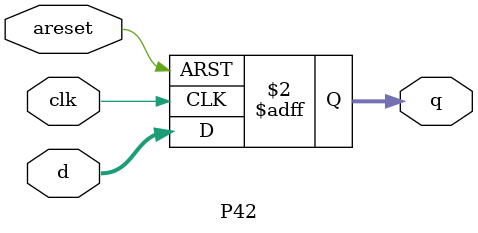
<source format=v>
module P42 (
    input            clk,
    input            areset,
    input      [7:0] d,
    output reg [7:0] q
);
  // 请用户在下方编辑代码
  always @(posedge clk or posedge areset) begin

    if (areset) q <= 8'b0;
    else q <= d;

  end

  //用户编辑到此为止
endmodule

</source>
